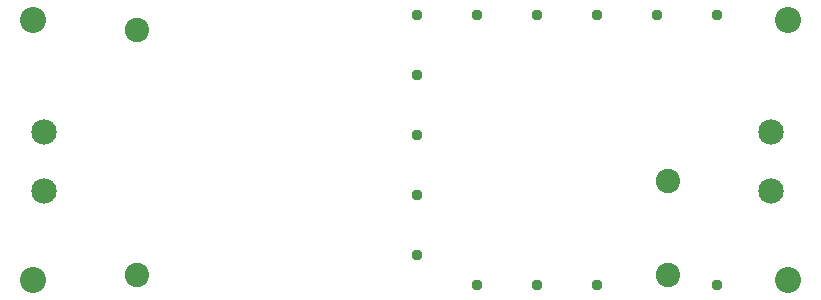
<source format=gbr>
G04 EAGLE Gerber RS-274X export*
G75*
%MOMM*%
%FSLAX34Y34*%
%LPD*%
%INSoldermask Bottom*%
%IPPOS*%
%AMOC8*
5,1,8,0,0,1.08239X$1,22.5*%
G01*
%ADD10C,2.203200*%
%ADD11C,2.153200*%
%ADD12C,2.063200*%
%ADD13C,0.959600*%


D10*
X30000Y250000D03*
X30000Y30000D03*
X670000Y250000D03*
X670000Y30000D03*
D11*
X40000Y155000D03*
X40000Y105000D03*
X655000Y105000D03*
X655000Y155000D03*
D12*
X118300Y33800D03*
X118300Y241800D03*
X568300Y33800D03*
X568300Y113800D03*
D13*
X355600Y254000D03*
X406400Y254000D03*
X457200Y254000D03*
X508000Y254000D03*
X558800Y254000D03*
X609600Y254000D03*
X355600Y203200D03*
X355600Y152400D03*
X355600Y101600D03*
X355600Y50800D03*
X406400Y25400D03*
X457200Y25400D03*
X508000Y25400D03*
X609600Y25400D03*
M02*

</source>
